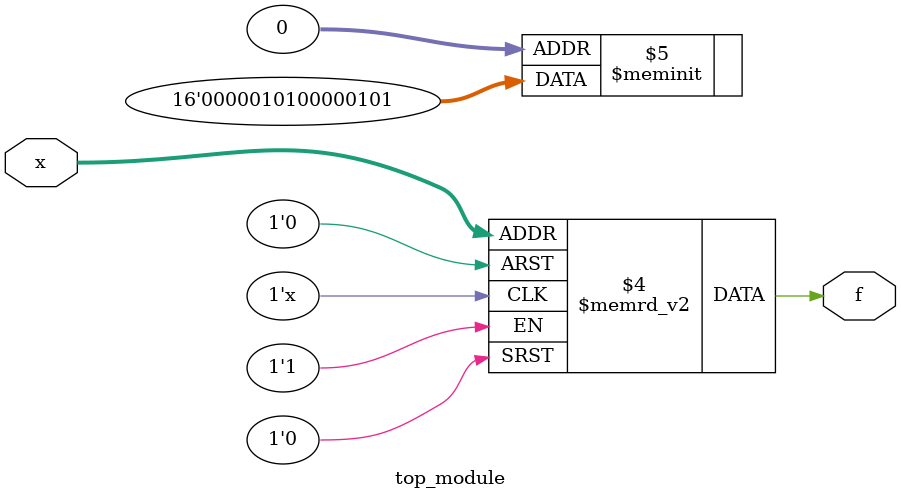
<source format=sv>
module top_module (
    input [4:1] x,
    output logic f
);

always_comb begin
    case (x)
        4'b0000, 4'b0010, 4'b1000, 4'b1010: f = 1'b1;
        4'b0001, 4'b0011, 4'b0100, 4'b0101, 4'b0110, 4'b0111, 4'b1001, 4'b1011, 4'b1100, 4'b1101, 4'b1110, 4'b1111: f = 1'b0;
        default: f = 1'bx;
    endcase
end

endmodule

</source>
